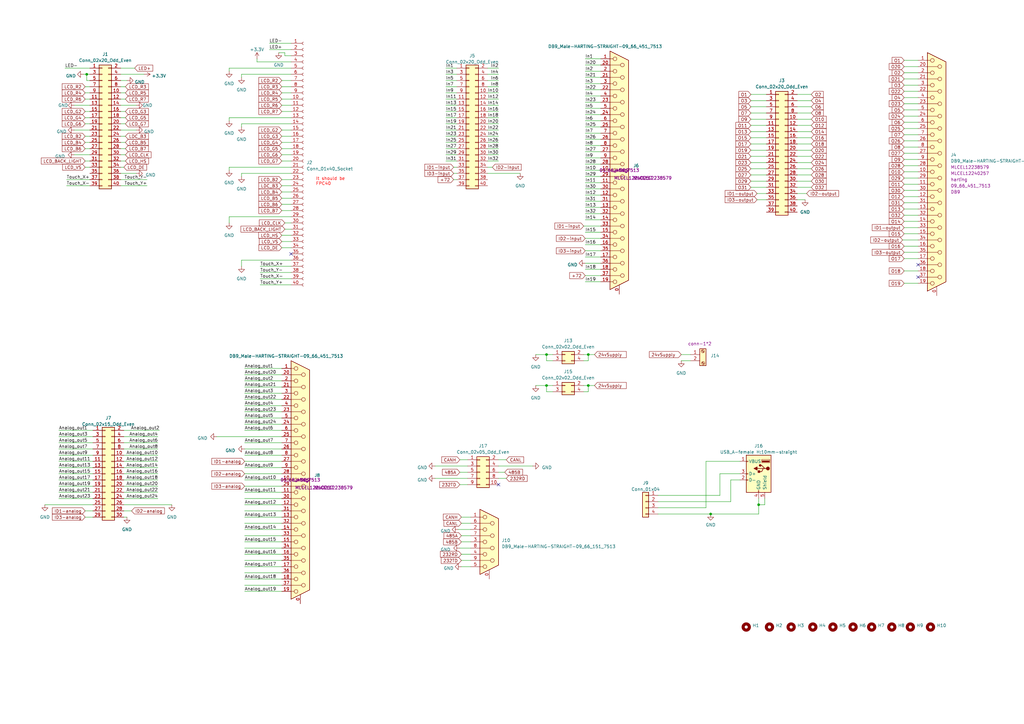
<source format=kicad_sch>
(kicad_sch (version 20230121) (generator eeschema)
  (paper "A3")
  (junction (at 224.155 158.115))
  (junction (at 311.15 207.01))
  (junction (at 35.56 30.48))
  (junction (at 241.3 158.115))
  (junction (at 291.465 210.82))
  (junction (at 241.3 145.415))
  (junction (at 224.155 145.415))
  (no_connect (at 376.555 113.665))
  (no_connect (at 119.38 104.14))
  (no_connect (at 376.555 108.585))
  (no_connect (at 204.47 198.755))
  (wire (pts (xy 100.33 191.77) (xy 115.57 191.77)))
  (wire (pts (xy 119.38 27.94) (xy 93.98 27.94)))
  (wire (pts (xy 200.025 66.04) (xy 204.47 66.04)))
  (wire (pts (xy 106.68 116.84) (xy 119.38 116.84)))
  (wire (pts (xy 200.025 43.18) (xy 204.47 43.18)))
  (wire (pts (xy 370.84 75.565) (xy 376.555 75.565)))
  (wire (pts (xy 100.33 173.99) (xy 115.57 173.99)))
  (wire (pts (xy 307.975 51.435) (xy 314.325 51.435)))
  (wire (pts (xy 200.025 45.72) (xy 204.47 45.72)))
  (wire (pts (xy 240.03 41.91) (xy 246.38 41.91)))
  (wire (pts (xy 100.33 158.75) (xy 115.57 158.75)))
  (wire (pts (xy 299.72 196.85) (xy 299.72 205.74)))
  (wire (pts (xy 240.03 110.49) (xy 246.38 110.49)))
  (wire (pts (xy 240.03 72.39) (xy 246.38 72.39)))
  (wire (pts (xy 327.025 56.515) (xy 332.74 56.515)))
  (wire (pts (xy 370.84 42.545) (xy 376.555 42.545)))
  (wire (pts (xy 49.53 53.34) (xy 55.88 53.34)))
  (wire (pts (xy 116.84 91.44) (xy 119.38 91.44)))
  (wire (pts (xy 24.13 186.69) (xy 38.1 186.69)))
  (wire (pts (xy 100.33 227.33) (xy 115.57 227.33)))
  (wire (pts (xy 327.025 76.835) (xy 332.74 76.835)))
  (wire (pts (xy 27.305 73.66) (xy 36.83 73.66)))
  (wire (pts (xy 49.53 30.48) (xy 59.055 30.48)))
  (wire (pts (xy 182.88 58.42) (xy 187.325 58.42)))
  (wire (pts (xy 93.98 48.26) (xy 93.98 49.53)))
  (wire (pts (xy 189.23 229.87) (xy 193.04 229.87)))
  (wire (pts (xy 115.57 99.06) (xy 119.38 99.06)))
  (wire (pts (xy 115.57 66.04) (xy 119.38 66.04)))
  (wire (pts (xy 187.96 217.17) (xy 193.04 217.17)))
  (wire (pts (xy 88.9 179.07) (xy 115.57 179.07)))
  (wire (pts (xy 100.33 163.83) (xy 115.57 163.83)))
  (wire (pts (xy 370.84 93.345) (xy 376.555 93.345)))
  (wire (pts (xy 370.84 37.465) (xy 376.555 37.465)))
  (wire (pts (xy 115.57 76.2) (xy 119.38 76.2)))
  (wire (pts (xy 50.8 207.01) (xy 70.485 207.01)))
  (wire (pts (xy 115.57 83.82) (xy 119.38 83.82)))
  (wire (pts (xy 370.84 45.085) (xy 376.555 45.085)))
  (wire (pts (xy 119.38 48.26) (xy 93.98 48.26)))
  (wire (pts (xy 327.025 64.135) (xy 332.74 64.135)))
  (wire (pts (xy 115.57 63.5) (xy 119.38 63.5)))
  (wire (pts (xy 182.88 50.8) (xy 187.325 50.8)))
  (wire (pts (xy 307.975 71.755) (xy 314.325 71.755)))
  (wire (pts (xy 240.03 64.77) (xy 246.38 64.77)))
  (wire (pts (xy 189.23 212.09) (xy 193.04 212.09)))
  (wire (pts (xy 240.03 46.99) (xy 246.38 46.99)))
  (wire (pts (xy 30.48 63.5) (xy 36.83 63.5)))
  (wire (pts (xy 50.8 209.55) (xy 53.975 209.55)))
  (wire (pts (xy 370.84 78.105) (xy 376.555 78.105)))
  (wire (pts (xy 93.98 68.58) (xy 93.98 69.85)))
  (wire (pts (xy 307.975 56.515) (xy 314.325 56.515)))
  (wire (pts (xy 327.025 41.275) (xy 332.74 41.275)))
  (wire (pts (xy 200.025 48.26) (xy 204.47 48.26)))
  (wire (pts (xy 30.48 43.18) (xy 36.83 43.18)))
  (wire (pts (xy 115.57 86.36) (xy 119.38 86.36)))
  (wire (pts (xy 49.53 73.66) (xy 60.325 73.66)))
  (wire (pts (xy 224.155 160.655) (xy 224.155 158.115)))
  (wire (pts (xy 119.38 25.4) (xy 105.41 25.4)))
  (wire (pts (xy 219.71 158.115) (xy 224.155 158.115)))
  (wire (pts (xy 370.84 100.965) (xy 376.555 100.965)))
  (wire (pts (xy 34.925 50.8) (xy 36.83 50.8)))
  (wire (pts (xy 24.13 194.31) (xy 38.1 194.31)))
  (wire (pts (xy 34.925 209.55) (xy 38.1 209.55)))
  (wire (pts (xy 115.57 81.28) (xy 119.38 81.28)))
  (wire (pts (xy 24.13 176.53) (xy 38.1 176.53)))
  (wire (pts (xy 200.025 58.42) (xy 204.47 58.42)))
  (wire (pts (xy 327.025 48.895) (xy 332.74 48.895)))
  (wire (pts (xy 239.395 147.955) (xy 241.3 147.955)))
  (wire (pts (xy 182.88 33.02) (xy 187.325 33.02)))
  (wire (pts (xy 115.57 45.72) (xy 119.38 45.72)))
  (wire (pts (xy 189.23 227.33) (xy 193.04 227.33)))
  (wire (pts (xy 240.03 77.47) (xy 246.38 77.47)))
  (wire (pts (xy 119.38 68.58) (xy 93.98 68.58)))
  (wire (pts (xy 110.49 20.32) (xy 119.38 20.32)))
  (wire (pts (xy 224.155 145.415) (xy 226.695 145.415)))
  (wire (pts (xy 182.88 27.94) (xy 187.325 27.94)))
  (wire (pts (xy 240.03 87.63) (xy 246.38 87.63)))
  (wire (pts (xy 49.53 40.64) (xy 51.435 40.64)))
  (wire (pts (xy 100.33 201.93) (xy 115.57 201.93)))
  (wire (pts (xy 49.53 71.12) (xy 55.88 71.12)))
  (wire (pts (xy 240.03 52.07) (xy 246.38 52.07)))
  (wire (pts (xy 182.88 55.88) (xy 187.325 55.88)))
  (wire (pts (xy 370.84 32.385) (xy 376.555 32.385)))
  (wire (pts (xy 115.57 58.42) (xy 119.38 58.42)))
  (wire (pts (xy 226.695 147.955) (xy 224.155 147.955)))
  (wire (pts (xy 100.33 156.21) (xy 115.57 156.21)))
  (wire (pts (xy 240.03 113.03) (xy 246.38 113.03)))
  (wire (pts (xy 311.15 207.01) (xy 311.15 204.47)))
  (wire (pts (xy 100.33 207.01) (xy 115.57 207.01)))
  (wire (pts (xy 34.925 45.72) (xy 36.83 45.72)))
  (wire (pts (xy 100.33 240.03) (xy 115.57 240.03)))
  (wire (pts (xy 24.13 204.47) (xy 38.1 204.47)))
  (wire (pts (xy 49.53 38.1) (xy 51.435 38.1)))
  (wire (pts (xy 200.025 50.8) (xy 204.47 50.8)))
  (wire (pts (xy 49.53 35.56) (xy 51.435 35.56)))
  (wire (pts (xy 241.3 147.955) (xy 241.3 145.415)))
  (wire (pts (xy 240.03 39.37) (xy 246.38 39.37)))
  (wire (pts (xy 240.03 36.83) (xy 246.38 36.83)))
  (wire (pts (xy 49.53 60.96) (xy 51.435 60.96)))
  (wire (pts (xy 93.98 27.94) (xy 93.98 29.21)))
  (wire (pts (xy 307.975 38.735) (xy 314.325 38.735)))
  (wire (pts (xy 182.88 45.72) (xy 187.325 45.72)))
  (wire (pts (xy 204.47 196.215) (xy 207.645 196.215)))
  (wire (pts (xy 239.395 160.655) (xy 241.3 160.655)))
  (wire (pts (xy 100.33 212.09) (xy 115.57 212.09)))
  (wire (pts (xy 24.13 181.61) (xy 38.1 181.61)))
  (wire (pts (xy 24.13 184.15) (xy 38.1 184.15)))
  (wire (pts (xy 307.975 48.895) (xy 314.325 48.895)))
  (wire (pts (xy 24.13 189.23) (xy 38.1 189.23)))
  (wire (pts (xy 34.925 35.56) (xy 36.83 35.56)))
  (wire (pts (xy 178.435 191.135) (xy 191.77 191.135)))
  (wire (pts (xy 327.025 71.755) (xy 332.74 71.755)))
  (wire (pts (xy 100.33 242.57) (xy 115.57 242.57)))
  (wire (pts (xy 49.53 66.04) (xy 51.435 66.04)))
  (wire (pts (xy 35.56 30.48) (xy 36.83 30.48)))
  (wire (pts (xy 24.13 201.93) (xy 38.1 201.93)))
  (wire (pts (xy 239.395 145.415) (xy 241.3 145.415)))
  (wire (pts (xy 188.595 224.79) (xy 193.04 224.79)))
  (wire (pts (xy 370.84 83.185) (xy 376.555 83.185)))
  (wire (pts (xy 200.025 53.34) (xy 204.47 53.34)))
  (wire (pts (xy 240.03 49.53) (xy 246.38 49.53)))
  (wire (pts (xy 100.33 161.29) (xy 115.57 161.29)))
  (wire (pts (xy 114.3 21.59) (xy 116.84 21.59)))
  (wire (pts (xy 240.03 29.21) (xy 246.38 29.21)))
  (wire (pts (xy 269.875 210.82) (xy 291.465 210.82)))
  (wire (pts (xy 100.33 168.91) (xy 115.57 168.91)))
  (wire (pts (xy 240.03 90.17) (xy 246.38 90.17)))
  (wire (pts (xy 99.06 106.68) (xy 99.06 109.22)))
  (wire (pts (xy 50.8 201.93) (xy 64.77 201.93)))
  (wire (pts (xy 49.53 48.26) (xy 51.435 48.26)))
  (wire (pts (xy 226.695 160.655) (xy 224.155 160.655)))
  (wire (pts (xy 50.8 196.85) (xy 64.77 196.85)))
  (wire (pts (xy 24.13 196.85) (xy 38.1 196.85)))
  (wire (pts (xy 189.23 219.71) (xy 193.04 219.71)))
  (wire (pts (xy 200.025 35.56) (xy 204.47 35.56)))
  (wire (pts (xy 307.975 64.135) (xy 314.325 64.135)))
  (wire (pts (xy 115.57 78.74) (xy 119.38 78.74)))
  (wire (pts (xy 291.465 210.82) (xy 311.15 210.82)))
  (wire (pts (xy 100.33 199.39) (xy 115.57 199.39)))
  (wire (pts (xy 106.68 109.22) (xy 119.38 109.22)))
  (wire (pts (xy 313.69 204.47) (xy 313.69 207.01)))
  (wire (pts (xy 200.025 27.94) (xy 204.47 27.94)))
  (wire (pts (xy 34.925 60.96) (xy 36.83 60.96)))
  (wire (pts (xy 36.83 33.02) (xy 35.56 33.02)))
  (wire (pts (xy 327.025 61.595) (xy 332.74 61.595)))
  (wire (pts (xy 241.3 158.115) (xy 243.84 158.115)))
  (wire (pts (xy 327.025 74.295) (xy 332.74 74.295)))
  (wire (pts (xy 370.84 50.165) (xy 376.555 50.165)))
  (wire (pts (xy 182.88 38.1) (xy 187.325 38.1)))
  (wire (pts (xy 327.025 53.975) (xy 332.74 53.975)))
  (wire (pts (xy 241.3 160.655) (xy 241.3 158.115)))
  (wire (pts (xy 240.03 115.57) (xy 246.38 115.57)))
  (wire (pts (xy 370.84 29.845) (xy 376.555 29.845)))
  (wire (pts (xy 370.84 40.005) (xy 376.555 40.005)))
  (wire (pts (xy 200.025 63.5) (xy 204.47 63.5)))
  (wire (pts (xy 370.84 60.325) (xy 376.555 60.325)))
  (wire (pts (xy 100.33 229.87) (xy 115.57 229.87)))
  (wire (pts (xy 34.925 68.58) (xy 36.83 68.58)))
  (wire (pts (xy 240.03 97.79) (xy 246.38 97.79)))
  (wire (pts (xy 115.57 33.02) (xy 119.38 33.02)))
  (wire (pts (xy 186.055 68.58) (xy 187.325 68.58)))
  (wire (pts (xy 327.025 43.815) (xy 332.74 43.815)))
  (wire (pts (xy 18.415 207.01) (xy 38.1 207.01)))
  (wire (pts (xy 240.03 44.45) (xy 246.38 44.45)))
  (wire (pts (xy 34.925 66.04) (xy 36.83 66.04)))
  (wire (pts (xy 240.03 34.29) (xy 246.38 34.29)))
  (wire (pts (xy 370.84 106.045) (xy 376.555 106.045)))
  (wire (pts (xy 240.03 85.09) (xy 246.38 85.09)))
  (wire (pts (xy 100.33 217.17) (xy 115.57 217.17)))
  (wire (pts (xy 50.8 204.47) (xy 64.77 204.47)))
  (wire (pts (xy 370.84 62.865) (xy 376.555 62.865)))
  (wire (pts (xy 310.515 79.375) (xy 314.325 79.375)))
  (wire (pts (xy 240.03 105.41) (xy 246.38 105.41)))
  (wire (pts (xy 200.025 55.88) (xy 204.47 55.88)))
  (wire (pts (xy 99.06 30.48) (xy 99.06 31.75)))
  (wire (pts (xy 115.57 35.56) (xy 119.38 35.56)))
  (wire (pts (xy 110.49 17.78) (xy 119.38 17.78)))
  (wire (pts (xy 370.84 95.885) (xy 376.555 95.885)))
  (wire (pts (xy 370.84 116.205) (xy 376.555 116.205)))
  (wire (pts (xy 99.06 106.68) (xy 119.38 106.68)))
  (wire (pts (xy 200.025 33.02) (xy 204.47 33.02)))
  (wire (pts (xy 307.975 46.355) (xy 314.325 46.355)))
  (wire (pts (xy 219.71 145.415) (xy 224.155 145.415)))
  (wire (pts (xy 99.06 71.12) (xy 99.06 72.39)))
  (wire (pts (xy 115.57 96.52) (xy 119.38 96.52)))
  (wire (pts (xy 327.025 66.675) (xy 332.74 66.675)))
  (wire (pts (xy 307.975 43.815) (xy 314.325 43.815)))
  (wire (pts (xy 240.03 80.01) (xy 246.38 80.01)))
  (wire (pts (xy 100.33 237.49) (xy 115.57 237.49)))
  (wire (pts (xy 182.88 30.48) (xy 187.325 30.48)))
  (wire (pts (xy 119.38 88.9) (xy 93.98 88.9)))
  (wire (pts (xy 105.41 25.4) (xy 105.41 24.13)))
  (wire (pts (xy 100.33 151.13) (xy 115.57 151.13)))
  (wire (pts (xy 26.67 27.94) (xy 36.83 27.94)))
  (wire (pts (xy 49.53 50.8) (xy 51.435 50.8)))
  (wire (pts (xy 49.53 27.94) (xy 55.245 27.94)))
  (wire (pts (xy 115.57 38.1) (xy 119.38 38.1)))
  (wire (pts (xy 186.055 73.66) (xy 187.325 73.66)))
  (wire (pts (xy 100.33 194.31) (xy 115.57 194.31)))
  (wire (pts (xy 182.88 35.56) (xy 187.325 35.56)))
  (wire (pts (xy 116.84 21.59) (xy 116.84 22.86)))
  (wire (pts (xy 327.025 51.435) (xy 332.74 51.435)))
  (wire (pts (xy 100.33 219.71) (xy 115.57 219.71)))
  (wire (pts (xy 240.03 82.55) (xy 246.38 82.55)))
  (wire (pts (xy 49.53 45.72) (xy 51.435 45.72)))
  (wire (pts (xy 240.03 95.25) (xy 246.38 95.25)))
  (wire (pts (xy 327.025 38.735) (xy 332.74 38.735)))
  (wire (pts (xy 370.84 24.765) (xy 376.555 24.765)))
  (wire (pts (xy 49.53 43.18) (xy 55.88 43.18)))
  (wire (pts (xy 189.23 222.25) (xy 193.04 222.25)))
  (wire (pts (xy 307.975 53.975) (xy 314.325 53.975)))
  (wire (pts (xy 279.4 147.955) (xy 283.21 147.955)))
  (wire (pts (xy 370.84 65.405) (xy 376.555 65.405)))
  (wire (pts (xy 119.38 30.48) (xy 99.06 30.48)))
  (wire (pts (xy 240.03 26.67) (xy 246.38 26.67)))
  (wire (pts (xy 295.275 203.2) (xy 295.275 194.31)))
  (wire (pts (xy 115.57 40.64) (xy 119.38 40.64)))
  (wire (pts (xy 100.33 184.15) (xy 115.57 184.15)))
  (wire (pts (xy 34.925 40.64) (xy 36.83 40.64)))
  (wire (pts (xy 34.925 38.1) (xy 36.83 38.1)))
  (wire (pts (xy 35.56 33.02) (xy 35.56 30.48)))
  (wire (pts (xy 240.03 24.13) (xy 246.38 24.13)))
  (wire (pts (xy 119.38 50.8) (xy 99.06 50.8)))
  (wire (pts (xy 269.875 208.28) (xy 289.56 208.28)))
  (wire (pts (xy 370.84 47.625) (xy 376.555 47.625)))
  (wire (pts (xy 100.33 204.47) (xy 115.57 204.47)))
  (wire (pts (xy 34.925 58.42) (xy 36.83 58.42)))
  (wire (pts (xy 370.84 111.125) (xy 376.555 111.125)))
  (wire (pts (xy 240.03 54.61) (xy 246.38 54.61)))
  (wire (pts (xy 289.56 208.28) (xy 289.56 189.23)))
  (wire (pts (xy 116.84 22.86) (xy 119.38 22.86)))
  (wire (pts (xy 50.8 212.09) (xy 52.07 212.09)))
  (wire (pts (xy 50.8 179.07) (xy 64.77 179.07)))
  (wire (pts (xy 224.155 158.115) (xy 226.695 158.115)))
  (wire (pts (xy 240.03 59.69) (xy 246.38 59.69)))
  (wire (pts (xy 50.8 194.31) (xy 64.77 194.31)))
  (wire (pts (xy 240.03 69.85) (xy 246.38 69.85)))
  (wire (pts (xy 269.875 203.2) (xy 295.275 203.2)))
  (wire (pts (xy 239.395 158.115) (xy 241.3 158.115)))
  (wire (pts (xy 279.4 145.415) (xy 283.21 145.415)))
  (wire (pts (xy 49.53 58.42) (xy 51.435 58.42)))
  (wire (pts (xy 50.8 186.69) (xy 64.77 186.69)))
  (wire (pts (xy 289.56 189.23) (xy 303.53 189.23)))
  (wire (pts (xy 49.53 63.5) (xy 51.435 63.5)))
  (wire (pts (xy 115.57 53.34) (xy 119.38 53.34)))
  (wire (pts (xy 240.03 102.87) (xy 246.38 102.87)))
  (wire (pts (xy 189.23 232.41) (xy 193.04 232.41)))
  (wire (pts (xy 116.84 93.98) (xy 119.38 93.98)))
  (wire (pts (xy 100.33 224.79) (xy 115.57 224.79)))
  (wire (pts (xy 370.84 90.805) (xy 376.555 90.805)))
  (wire (pts (xy 189.23 214.63) (xy 193.04 214.63)))
  (wire (pts (xy 191.77 188.595) (xy 188.595 188.595)))
  (wire (pts (xy 50.8 199.39) (xy 64.77 199.39)))
  (wire (pts (xy 370.84 80.645) (xy 376.555 80.645)))
  (wire (pts (xy 200.025 38.1) (xy 204.47 38.1)))
  (wire (pts (xy 115.57 60.96) (xy 119.38 60.96)))
  (wire (pts (xy 307.975 74.295) (xy 314.325 74.295)))
  (wire (pts (xy 100.33 153.67) (xy 115.57 153.67)))
  (wire (pts (xy 100.33 234.95) (xy 115.57 234.95)))
  (wire (pts (xy 200.025 30.48) (xy 204.47 30.48)))
  (wire (pts (xy 241.3 145.415) (xy 243.84 145.415)))
  (wire (pts (xy 307.975 76.835) (xy 314.325 76.835)))
  (wire (pts (xy 182.88 48.26) (xy 187.325 48.26)))
  (wire (pts (xy 370.84 57.785) (xy 376.555 57.785)))
  (wire (pts (xy 182.88 63.5) (xy 187.325 63.5)))
  (wire (pts (xy 100.33 176.53) (xy 115.57 176.53)))
  (wire (pts (xy 370.84 88.265) (xy 376.555 88.265)))
  (wire (pts (xy 240.03 62.23) (xy 246.38 62.23)))
  (wire (pts (xy 182.88 53.34) (xy 187.325 53.34)))
  (wire (pts (xy 240.03 57.15) (xy 246.38 57.15)))
  (wire (pts (xy 100.33 232.41) (xy 115.57 232.41)))
  (wire (pts (xy 240.03 67.31) (xy 246.38 67.31)))
  (wire (pts (xy 115.57 55.88) (xy 119.38 55.88)))
  (wire (pts (xy 310.515 81.915) (xy 314.325 81.915)))
  (wire (pts (xy 370.84 103.505) (xy 376.555 103.505)))
  (wire (pts (xy 188.595 193.675) (xy 191.77 193.675)))
  (wire (pts (xy 370.84 73.025) (xy 376.555 73.025)))
  (wire (pts (xy 327.025 46.355) (xy 332.74 46.355)))
  (wire (pts (xy 99.06 50.8) (xy 99.06 52.07)))
  (wire (pts (xy 182.88 60.96) (xy 187.325 60.96)))
  (wire (pts (xy 119.38 71.12) (xy 99.06 71.12)))
  (wire (pts (xy 307.975 41.275) (xy 314.325 41.275)))
  (wire (pts (xy 49.53 76.2) (xy 60.325 76.2)))
  (wire (pts (xy 303.53 196.85) (xy 299.72 196.85)))
  (wire (pts (xy 50.8 184.15) (xy 64.77 184.15)))
  (wire (pts (xy 100.33 166.37) (xy 115.57 166.37)))
  (wire (pts (xy 49.53 55.88) (xy 51.435 55.88)))
  (wire (pts (xy 100.33 189.23) (xy 115.57 189.23)))
  (wire (pts (xy 370.84 34.925) (xy 376.555 34.925)))
  (wire (pts (xy 100.33 222.25) (xy 115.57 222.25)))
  (wire (pts (xy 200.025 71.12) (xy 213.36 71.12)))
  (wire (pts (xy 239.395 92.71) (xy 246.38 92.71)))
  (wire (pts (xy 50.8 176.53) (xy 65.405 176.53)))
  (wire (pts (xy 30.48 53.34) (xy 36.83 53.34)))
  (wire (pts (xy 115.57 101.6) (xy 119.38 101.6)))
  (wire (pts (xy 34.925 55.88) (xy 36.83 55.88)))
  (wire (pts (xy 50.8 181.61) (xy 64.77 181.61)))
  (wire (pts (xy 295.275 194.31) (xy 303.53 194.31)))
  (wire (pts (xy 313.69 207.01) (xy 311.15 207.01)))
  (wire (pts (xy 182.88 66.04) (xy 187.325 66.04)))
  (wire (pts (xy 24.13 179.07) (xy 38.1 179.07)))
  (wire (pts (xy 200.025 68.58) (xy 201.93 68.58)))
  (wire (pts (xy 106.68 114.3) (xy 119.38 114.3)))
  (wire (pts (xy 224.155 147.955) (xy 224.155 145.415)))
  (wire (pts (xy 204.47 188.595) (xy 207.645 188.595)))
  (wire (pts (xy 370.84 85.725) (xy 376.555 85.725)))
  (wire (pts (xy 200.025 40.64) (xy 204.47 40.64)))
  (wire (pts (xy 307.975 66.675) (xy 314.325 66.675)))
  (wire (pts (xy 370.205 98.425) (xy 376.555 98.425)))
  (wire (pts (xy 370.84 52.705) (xy 376.555 52.705)))
  (wire (pts (xy 49.53 68.58) (xy 50.8 68.58)))
  (wire (pts (xy 106.68 111.76) (xy 119.38 111.76)))
  (wire (pts (xy 178.435 196.215) (xy 191.77 196.215)))
  (wire (pts (xy 34.29 30.48) (xy 35.56 30.48)))
  (wire (pts (xy 240.03 107.95) (xy 246.38 107.95)))
  (wire (pts (xy 307.975 69.215) (xy 314.325 69.215)))
  (wire (pts (xy 240.03 74.93) (xy 246.38 74.93)))
  (wire (pts (xy 182.88 40.64) (xy 187.325 40.64)))
  (wire (pts (xy 100.33 214.63) (xy 115.57 214.63)))
  (wire (pts (xy 24.13 199.39) (xy 38.1 199.39)))
  (wire (pts (xy 311.15 210.82) (xy 311.15 207.01)))
  (wire (pts (xy 240.03 100.33) (xy 246.38 100.33)))
  (wire (pts (xy 34.925 48.26) (xy 36.83 48.26)))
  (wire (pts (xy 200.025 60.96) (xy 204.47 60.96)))
  (wire (pts (xy 100.33 196.85) (xy 115.57 196.85)))
  (wire (pts (xy 370.84 55.245) (xy 376.555 55.245)))
  (wire (pts (xy 370.84 70.485) (xy 376.555 70.485)))
  (wire (pts (xy 49.53 33.02) (xy 52.07 33.02)))
  (wire (pts (xy 327.025 69.215) (xy 332.74 69.215)))
  (wire (pts (xy 307.975 61.595) (xy 314.325 61.595)))
  (wire (pts (xy 100.33 171.45) (xy 115.57 171.45)))
  (wire (pts (xy 115.57 73.66) (xy 119.38 73.66)))
  (wire (pts (xy 100.33 186.69) (xy 115.57 186.69)))
  (wire (pts (xy 307.975 59.055) (xy 314.325 59.055)))
  (wire (pts (xy 204.47 191.135) (xy 218.44 191.135)))
  (wire (pts (xy 188.595 198.755) (xy 191.77 198.755)))
  (wire (pts (xy 327.025 81.915) (xy 330.2 81.915)))
  (wire (pts (xy 204.47 193.675) (xy 207.01 193.675)))
  (wire (pts (xy 24.13 191.77) (xy 38.1 191.77)))
  (wire (pts (xy 115.57 43.18) (xy 119.38 43.18)))
  (wire (pts (xy 327.025 59.055) (xy 332.74 59.055)))
  (wire (pts (xy 370.84 27.305) (xy 376.555 27.305)))
  (wire (pts (xy 93.98 88.9) (xy 93.98 91.44)))
  (wire (pts (xy 299.72 205.74) (xy 269.875 205.74)))
  (wire (pts (xy 327.025 79.375) (xy 330.835 79.375)))
  (wire (pts (xy 182.88 43.18) (xy 187.325 43.18)))
  (wire (pts (xy 50.8 189.23) (xy 64.77 189.23)))
  (wire (pts (xy 34.925 212.09) (xy 38.1 212.09)))
  (wire (pts (xy 27.305 76.2) (xy 36.83 76.2)))
  (wire (pts (xy 50.8 191.77) (xy 64.77 191.77)))
  (wire (pts (xy 186.055 71.12) (xy 187.325 71.12)))
  (wire (pts (xy 100.33 209.55) (xy 115.57 209.55)))
  (wire (pts (xy 370.84 67.945) (xy 376.555 67.945)))
  (wire (pts (xy 240.03 31.75) (xy 246.38 31.75)))
  (wire (pts (xy 100.33 181.61) (xy 115.57 181.61)))
  (text "It should be \nFPC40\n" (at 129.54 76.2 0) (effects (font (size 1.27 1.27)) (justify left bottom)))
  (label "Analog_out13" (at 100.33 212.09 0))
  (label "Analog_out2" (at 65.405 176.53 180))
  (label "Analog_out3" (at 24.13 179.07 0))
  (label "In19" (at 182.88 50.8 0))
  (label "In18" (at 204.47 48.26 180))
  (label "Analog_out4" (at 64.77 179.07 180))
  (label "In27" (at 240.03 62.23 0))
  (label "In29" (at 240.03 72.39 0))
  (label "In31" (at 182.88 66.04 0))
  (label "In13" (at 182.88 43.18 0))
  (label "In32" (at 240.03 87.63 0))
  (label "In14" (at 204.47 43.18 180))
  (label "In28" (at 240.03 67.31 0))
  (label "In26" (at 240.03 57.15 0))
  (label "In14" (at 240.03 90.17 0))
  (label "Analog_out11" (at 100.33 201.93 0))
  (label "In13" (at 240.03 85.09 0))
  (label "Analog_out13" (at 24.13 191.77 0))
  (label "In10" (at 240.03 69.85 0))
  (label "In26" (at 204.47 58.42 180))
  (label "In23" (at 240.03 41.91 0))
  (label "In20" (at 204.47 50.8 180))
  (label "Touch_Y-" (at 106.68 111.76 0))
  (label "Analog_out18" (at 100.33 237.49 0))
  (label "In11" (at 182.88 40.64 0))
  (label "In9" (at 240.03 64.77 0))
  (label "In16" (at 204.47 45.72 180))
  (label "In10" (at 204.47 38.1 180))
  (label "In31" (at 240.03 82.55 0))
  (label "Analog_out11" (at 24.13 189.23 0))
  (label "Analog_out14" (at 100.33 217.17 0))
  (label "Analog_out20" (at 64.77 199.39 180))
  (label "Analog_out5" (at 24.13 181.61 0))
  (label "LED-" (at 110.49 17.78 0))
  (label "Touch_X-" (at 27.305 76.2 0))
  (label "LED+" (at 110.49 20.32 0))
  (label "In8" (at 204.47 35.56 180))
  (label "In4" (at 240.03 39.37 0))
  (label "Analog_out19" (at 100.33 242.57 0))
  (label "Analog_out7" (at 24.13 184.15 0))
  (label "In12" (at 240.03 80.01 0))
  (label "Analog_out8" (at 100.33 186.69 0))
  (label "In5" (at 240.03 44.45 0))
  (label "Analog_out10" (at 100.33 196.85 0))
  (label "In1" (at 240.03 24.13 0))
  (label "In16" (at 240.03 100.33 0))
  (label "In4" (at 204.47 30.48 180))
  (label "Analog_out1" (at 24.13 176.53 0))
  (label "Analog_out17" (at 100.33 232.41 0))
  (label "Analog_out15" (at 24.13 194.31 0))
  (label "Touch_Y+" (at 106.68 116.84 0))
  (label "In11" (at 240.03 74.93 0))
  (label "In28" (at 204.47 60.96 180))
  (label "Analog_out22" (at 64.77 201.93 180))
  (label "In21" (at 182.88 53.34 0))
  (label "Analog_out23" (at 100.33 168.91 0))
  (label "Analog_out12" (at 64.77 189.23 180))
  (label "Analog_out24" (at 64.77 204.47 180))
  (label "Touch_X-" (at 106.68 114.3 0))
  (label "LED-" (at 26.67 27.94 0))
  (label "Touch_X+" (at 27.305 73.66 0))
  (label "Analog_out21" (at 24.13 201.93 0))
  (label "In3" (at 240.03 34.29 0))
  (label "In20" (at 240.03 26.67 0))
  (label "Analog_out12" (at 100.33 207.01 0))
  (label "In21" (at 240.03 31.75 0))
  (label "In22" (at 204.47 53.34 180))
  (label "In30" (at 240.03 77.47 0))
  (label "Analog_out1" (at 100.33 151.13 0))
  (label "Touch_Y+" (at 60.325 76.2 180))
  (label "Analog_out22" (at 100.33 163.83 0))
  (label "In30" (at 204.47 63.5 180))
  (label "In2" (at 204.47 27.94 180))
  (label "In6" (at 240.03 49.53 0))
  (label "In5" (at 182.88 33.02 0))
  (label "Analog_out23" (at 24.13 204.47 0))
  (label "In15" (at 240.03 95.25 0))
  (label "Analog_out17" (at 24.13 196.85 0))
  (label "In17" (at 240.03 105.41 0))
  (label "Touch_X+" (at 106.68 109.22 0))
  (label "Analog_out4" (at 100.33 166.37 0))
  (label "In3" (at 182.88 30.48 0))
  (label "In25" (at 240.03 52.07 0))
  (label "In7" (at 182.88 35.56 0))
  (label "In24" (at 240.03 46.99 0))
  (label "Analog_out14" (at 64.77 191.77 180))
  (label "In17" (at 182.88 48.26 0))
  (label "Analog_out2" (at 100.33 156.21 0))
  (label "Analog_out18" (at 64.77 196.85 180))
  (label "Analog_out5" (at 100.33 171.45 0))
  (label "In12" (at 204.47 40.64 180))
  (label "Analog_out7" (at 100.33 181.61 0))
  (label "Analog_out19" (at 24.13 199.39 0))
  (label "In6" (at 204.47 33.02 180))
  (label "In27" (at 182.88 60.96 0))
  (label "Analog_out15" (at 100.33 222.25 0))
  (label "In18" (at 240.03 110.49 0))
  (label "Analog_out21" (at 100.33 158.75 0))
  (label "Analog_out20" (at 100.33 153.67 0))
  (label "In25" (at 182.88 58.42 0))
  (label "Analog_out24" (at 100.33 173.99 0))
  (label "In32" (at 204.47 66.04 180))
  (label "Analog_out3" (at 100.33 161.29 0))
  (label "In15" (at 182.88 45.72 0))
  (label "In19" (at 240.03 115.57 0))
  (label "Analog_out8" (at 64.77 184.15 180))
  (label "Analog_out9" (at 100.33 191.77 0))
  (label "In2" (at 240.03 29.21 0))
  (label "Analog_out16" (at 100.33 227.33 0))
  (label "Analog_out6" (at 64.77 181.61 180))
  (label "In29" (at 182.88 63.5 0))
  (label "In24" (at 204.47 55.88 180))
  (label "Analog_out10" (at 64.77 186.69 180))
  (label "Touch_Y-" (at 60.325 73.66 180))
  (label "Analog_out9" (at 24.13 186.69 0))
  (label "In7" (at 240.03 54.61 0))
  (label "In23" (at 182.88 55.88 0))
  (label "In1" (at 182.88 27.94 0))
  (label "Analog_out6" (at 100.33 176.53 0))
  (label "In22" (at 240.03 36.83 0))
  (label "In8" (at 240.03 59.69 0))
  (label "In9" (at 182.88 38.1 0))
  (label "Analog_out16" (at 64.77 194.31 180))
  (global_label "LCD_R7" (shape input) (at 115.57 45.72 180) (property "Intersheetrefs" "${INTERSHEET_REFS}" (effects hide)))
  (global_label "LCD_G5" (shape input) (at 115.57 60.96 180) (property "Intersheetrefs" "${INTERSHEET_REFS}" (effects hide)))
  (global_label "O4" (shape input) (at 370.84 40.005 180) (property "Intersheetrefs" "${INTERSHEET_REFS}" (effects hide)))
  (global_label "CANL" (shape input) (at 207.645 188.595 0) (property "Intersheetrefs" "${INTERSHEET_REFS}" (effects hide)))
  (global_label "232RD" (shape input) (at 207.645 196.215 0) (property "Intersheetrefs" "${INTERSHEET_REFS}" (effects hide)))
  (global_label "O17" (shape input) (at 370.84 106.045 180) (property "Intersheetrefs" "${INTERSHEET_REFS}" (effects hide)))
  (global_label "LCD_R7" (shape input) (at 51.435 40.64 0) (property "Intersheetrefs" "${INTERSHEET_REFS}" (effects hide)))
  (global_label "LDC_B3" (shape input) (at 51.435 55.88 0) (property "Intersheetrefs" "${INTERSHEET_REFS}" (effects hide)))
  (global_label "LCD_B7" (shape input) (at 51.435 60.96 0) (property "Intersheetrefs" "${INTERSHEET_REFS}" (effects hide)))
  (global_label "LCD_BACK_LIGHT" (shape input) (at 116.84 93.98 180) (property "Intersheetrefs" "${INTERSHEET_REFS}" (effects hide)))
  (global_label "ID3-analog" (shape input) (at 100.33 199.39 180) (property "Intersheetrefs" "${INTERSHEET_REFS}" (effects hide)))
  (global_label "O1" (shape input) (at 370.84 24.765 180) (property "Intersheetrefs" "${INTERSHEET_REFS}" (effects hide)))
  (global_label "LCD_R2" (shape input) (at 34.925 35.56 180) (property "Intersheetrefs" "${INTERSHEET_REFS}" (effects hide)))
  (global_label "O19" (shape input) (at 307.975 61.595 180) (property "Intersheetrefs" "${INTERSHEET_REFS}" (effects hide)))
  (global_label "LCD_B5" (shape input) (at 115.57 81.28 180) (property "Intersheetrefs" "${INTERSHEET_REFS}" (effects hide)))
  (global_label "485B" (shape input) (at 207.01 193.675 0) (property "Intersheetrefs" "${INTERSHEET_REFS}" (effects hide)))
  (global_label "O18" (shape input) (at 370.84 111.125 180) (property "Intersheetrefs" "${INTERSHEET_REFS}" (effects hide)))
  (global_label "O29" (shape input) (at 370.84 73.025 180) (property "Intersheetrefs" "${INTERSHEET_REFS}" (effects hide)))
  (global_label "O21" (shape input) (at 370.84 32.385 180) (property "Intersheetrefs" "${INTERSHEET_REFS}" (effects hide)))
  (global_label "O29" (shape input) (at 307.975 74.295 180) (property "Intersheetrefs" "${INTERSHEET_REFS}" (effects hide)))
  (global_label "O28" (shape input) (at 332.74 71.755 0) (property "Intersheetrefs" "${INTERSHEET_REFS}" (effects hide)))
  (global_label "232RD" (shape input) (at 189.23 227.33 180) (property "Intersheetrefs" "${INTERSHEET_REFS}" (effects hide)))
  (global_label "LCD_B5" (shape input) (at 51.435 58.42 0) (property "Intersheetrefs" "${INTERSHEET_REFS}" (effects hide)))
  (global_label "CANL" (shape input) (at 189.23 214.63 180) (property "Intersheetrefs" "${INTERSHEET_REFS}" (effects hide)))
  (global_label "O16" (shape input) (at 370.84 100.965 180) (property "Intersheetrefs" "${INTERSHEET_REFS}" (effects hide)))
  (global_label "LCD_R3" (shape input) (at 115.57 35.56 180) (property "Intersheetrefs" "${INTERSHEET_REFS}" (effects hide)))
  (global_label "LCD_HS" (shape input) (at 115.57 96.52 180) (property "Intersheetrefs" "${INTERSHEET_REFS}" (effects hide)))
  (global_label "O23" (shape input) (at 370.84 42.545 180) (property "Intersheetrefs" "${INTERSHEET_REFS}" (effects hide)))
  (global_label "+72" (shape input) (at 186.055 73.66 180) (property "Intersheetrefs" "${INTERSHEET_REFS}" (effects hide)))
  (global_label "24vSupply " (shape input) (at 243.84 145.415 0) (property "Intersheetrefs" "${INTERSHEET_REFS}" (effects hide)))
  (global_label "LCD_G6" (shape input) (at 34.925 50.8 180) (property "Intersheetrefs" "${INTERSHEET_REFS}" (effects hide)))
  (global_label "O23" (shape input) (at 307.975 66.675 180) (property "Intersheetrefs" "${INTERSHEET_REFS}" (effects hide)))
  (global_label "LCD_G4" (shape input) (at 115.57 58.42 180) (property "Intersheetrefs" "${INTERSHEET_REFS}" (effects hide)))
  (global_label "ID3-analog" (shape input) (at 34.925 212.09 180) (property "Intersheetrefs" "${INTERSHEET_REFS}" (effects hide)))
  (global_label "LCD_G7" (shape input) (at 51.435 50.8 0) (property "Intersheetrefs" "${INTERSHEET_REFS}" (effects hide)))
  (global_label "ID1-output" (shape input) (at 370.84 93.345 180) (property "Intersheetrefs" "${INTERSHEET_REFS}" (effects hide)))
  (global_label "O32" (shape input) (at 332.74 76.835 0) (property "Intersheetrefs" "${INTERSHEET_REFS}" (effects hide)))
  (global_label "O14" (shape input) (at 370.84 90.805 180) (property "Intersheetrefs" "${INTERSHEET_REFS}" (effects hide)))
  (global_label "O15" (shape input) (at 370.84 95.885 180) (property "Intersheetrefs" "${INTERSHEET_REFS}" (effects hide)))
  (global_label "LCD_VS" (shape input) (at 115.57 99.06 180) (property "Intersheetrefs" "${INTERSHEET_REFS}" (effects hide)))
  (global_label "LCD_R2" (shape input) (at 115.57 33.02 180) (property "Intersheetrefs" "${INTERSHEET_REFS}" (effects hide)))
  (global_label "O22" (shape input) (at 370.84 37.465 180) (property "Intersheetrefs" "${INTERSHEET_REFS}" (effects hide)))
  (global_label "ID1-analog" (shape input) (at 34.925 209.55 180) (property "Intersheetrefs" "${INTERSHEET_REFS}" (effects hide)))
  (global_label "O7" (shape input) (at 307.975 46.355 180) (property "Intersheetrefs" "${INTERSHEET_REFS}" (effects hide)))
  (global_label "LCD_G7" (shape input) (at 115.57 66.04 180) (property "Intersheetrefs" "${INTERSHEET_REFS}" (effects hide)))
  (global_label "LCD_G5" (shape input) (at 51.435 48.26 0) (property "Intersheetrefs" "${INTERSHEET_REFS}" (effects hide)))
  (global_label "LCD_B4" (shape input) (at 115.57 78.74 180) (property "Intersheetrefs" "${INTERSHEET_REFS}" (effects hide)))
  (global_label "LCD_R4" (shape input) (at 34.925 38.1 180) (property "Intersheetrefs" "${INTERSHEET_REFS}" (effects hide)))
  (global_label "O18" (shape input) (at 332.74 59.055 0) (property "Intersheetrefs" "${INTERSHEET_REFS}" (effects hide)))
  (global_label "ID1-output" (shape input) (at 310.515 79.375 180) (property "Intersheetrefs" "${INTERSHEET_REFS}" (effects hide)))
  (global_label "O27" (shape input) (at 307.975 71.755 180) (property "Intersheetrefs" "${INTERSHEET_REFS}" (effects hide)))
  (global_label "LCD_BACK_LIGHT" (shape input) (at 34.925 66.04 180) (property "Intersheetrefs" "${INTERSHEET_REFS}" (effects hide)))
  (global_label "O28" (shape input) (at 370.84 67.945 180) (property "Intersheetrefs" "${INTERSHEET_REFS}" (effects hide)))
  (global_label "O24" (shape input) (at 332.74 66.675 0) (property "Intersheetrefs" "${INTERSHEET_REFS}" (effects hide)))
  (global_label "O5" (shape input) (at 370.84 45.085 180) (property "Intersheetrefs" "${INTERSHEET_REFS}" (effects hide)))
  (global_label "ID1-input" (shape input) (at 186.055 68.58 180) (property "Intersheetrefs" "${INTERSHEET_REFS}" (effects hide)))
  (global_label "O20" (shape input) (at 332.74 61.595 0) (property "Intersheetrefs" "${INTERSHEET_REFS}" (effects hide)))
  (global_label "O12" (shape input) (at 332.74 51.435 0) (property "Intersheetrefs" "${INTERSHEET_REFS}" (effects hide)))
  (global_label "O13" (shape input) (at 307.975 53.975 180) (property "Intersheetrefs" "${INTERSHEET_REFS}" (effects hide)))
  (global_label "O3" (shape input) (at 307.975 41.275 180) (property "Intersheetrefs" "${INTERSHEET_REFS}" (effects hide)))
  (global_label "485A" (shape input) (at 189.23 219.71 180) (property "Intersheetrefs" "${INTERSHEET_REFS}" (effects hide)))
  (global_label "O24" (shape input) (at 370.84 47.625 180) (property "Intersheetrefs" "${INTERSHEET_REFS}" (effects hide)))
  (global_label "LCD_VS" (shape input) (at 34.925 68.58 180) (property "Intersheetrefs" "${INTERSHEET_REFS}" (effects hide)))
  (global_label "LCD_R6" (shape input) (at 115.57 43.18 180) (property "Intersheetrefs" "${INTERSHEET_REFS}" (effects hide)))
  (global_label "ID2-analog" (shape input) (at 100.33 194.31 180) (property "Intersheetrefs" "${INTERSHEET_REFS}" (effects hide)))
  (global_label "LCD_R6" (shape input) (at 34.925 40.64 180) (property "Intersheetrefs" "${INTERSHEET_REFS}" (effects hide)))
  (global_label "O14" (shape input) (at 332.74 53.975 0) (property "Intersheetrefs" "${INTERSHEET_REFS}" (effects hide)))
  (global_label "O8" (shape input) (at 370.84 60.325 180) (property "Intersheetrefs" "${INTERSHEET_REFS}" (effects hide)))
  (global_label "LCD_G4" (shape input) (at 34.925 48.26 180) (property "Intersheetrefs" "${INTERSHEET_REFS}" (effects hide)))
  (global_label "+72" (shape input) (at 240.03 113.03 180) (property "Intersheetrefs" "${INTERSHEET_REFS}" (effects hide)))
  (global_label "O16" (shape input) (at 332.74 56.515 0) (property "Intersheetrefs" "${INTERSHEET_REFS}" (effects hide)))
  (global_label "LCD_R5" (shape input) (at 115.57 40.64 180) (property "Intersheetrefs" "${INTERSHEET_REFS}" (effects hide)))
  (global_label "O2" (shape input) (at 332.74 38.735 0) (property "Intersheetrefs" "${INTERSHEET_REFS}" (effects hide)))
  (global_label "O10" (shape input) (at 370.84 70.485 180) (property "Intersheetrefs" "${INTERSHEET_REFS}" (effects hide)))
  (global_label "LCD_B7" (shape input) (at 115.57 86.36 180) (property "Intersheetrefs" "${INTERSHEET_REFS}" (effects hide)))
  (global_label "LCD_R3" (shape input) (at 51.435 35.56 0) (property "Intersheetrefs" "${INTERSHEET_REFS}" (effects hide)))
  (global_label "485B" (shape input) (at 189.23 222.25 180) (property "Intersheetrefs" "${INTERSHEET_REFS}" (effects hide)))
  (global_label "LCD_B2" (shape input) (at 115.57 73.66 180) (property "Intersheetrefs" "${INTERSHEET_REFS}" (effects hide)))
  (global_label "ID2-output" (shape input) (at 330.835 79.375 0) (property "Intersheetrefs" "${INTERSHEET_REFS}" (effects hide)))
  (global_label "LCD_B6" (shape input) (at 115.57 83.82 180) (property "Intersheetrefs" "${INTERSHEET_REFS}" (effects hide)))
  (global_label "O15" (shape input) (at 307.975 56.515 180) (property "Intersheetrefs" "${INTERSHEET_REFS}" (effects hide)))
  (global_label "232TD" (shape input) (at 188.595 198.755 180) (property "Intersheetrefs" "${INTERSHEET_REFS}" (effects hide)))
  (global_label "O31" (shape input) (at 307.975 76.835 180) (property "Intersheetrefs" "${INTERSHEET_REFS}" (effects hide)))
  (global_label "LCD_B4" (shape input) (at 34.925 58.42 180) (property "Intersheetrefs" "${INTERSHEET_REFS}" (effects hide)))
  (global_label "O6" (shape input) (at 370.84 50.165 180) (property "Intersheetrefs" "${INTERSHEET_REFS}" (effects hide)))
  (global_label "LCD_B2" (shape input) (at 34.925 55.88 180) (property "Intersheetrefs" "${INTERSHEET_REFS}" (effects hide)))
  (global_label "LCD_B6" (shape input) (at 34.925 60.96 180) (property "Intersheetrefs" "${INTERSHEET_REFS}" (effects hide)))
  (global_label "O25" (shape input) (at 370.84 52.705 180) (property "Intersheetrefs" "${INTERSHEET_REFS}" (effects hide)))
  (global_label "LCD_G6" (shape input) (at 115.57 63.5 180) (property "Intersheetrefs" "${INTERSHEET_REFS}" (effects hide)))
  (global_label "LCD_DE" (shape input) (at 50.8 68.58 0) (property "Intersheetrefs" "${INTERSHEET_REFS}" (effects hide)))
  (global_label "O27" (shape input) (at 370.84 62.865 180) (property "Intersheetrefs" "${INTERSHEET_REFS}" (effects hide)))
  (global_label "O32" (shape input) (at 370.84 88.265 180) (property "Intersheetrefs" "${INTERSHEET_REFS}" (effects hide)))
  (global_label "O31" (shape input) (at 370.84 83.185 180) (property "Intersheetrefs" "${INTERSHEET_REFS}" (effects hide)))
  (global_label "LCD_R4" (shape input) (at 115.57 38.1 180) (property "Intersheetrefs" "${INTERSHEET_REFS}" (effects hide)))
  (global_label "O8" (shape input) (at 332.74 46.355 0) (property "Intersheetrefs" "${INTERSHEET_REFS}" (effects hide)))
  (global_label "ID2-output" (shape input) (at 370.205 98.425 180) (property "Intersheetrefs" "${INTERSHEET_REFS}" (effects hide)))
  (global_label "O4" (shape input) (at 332.74 41.275 0) (property "Intersheetrefs" "${INTERSHEET_REFS}" (effects hide)))
  (global_label "O20" (shape input) (at 370.84 27.305 180) (property "Intersheetrefs" "${INTERSHEET_REFS}" (effects hide)))
  (global_label "O13" (shape input) (at 370.84 85.725 180) (property "Intersheetrefs" "${INTERSHEET_REFS}" (effects hide)))
  (global_label "LCD_CLK" (shape input) (at 51.435 63.5 0) (property "Intersheetrefs" "${INTERSHEET_REFS}" (effects hide)))
  (global_label "O17" (shape input) (at 307.975 59.055 180) (property "Intersheetrefs" "${INTERSHEET_REFS}" (effects hide)))
  (global_label "CANH" (shape input) (at 188.595 188.595 180) (property "Intersheetrefs" "${INTERSHEET_REFS}" (effects hide)))
  (global_label "O22" (shape input) (at 332.74 64.135 0) (property "Intersheetrefs" "${INTERSHEET_REFS}" (effects hide)))
  (global_label "O26" (shape input) (at 370.84 57.785 180) (property "Intersheetrefs" "${INTERSHEET_REFS}" (effects hide)))
  (global_label "O2" (shape input) (at 370.84 29.845 180) (property "Intersheetrefs" "${INTERSHEET_REFS}" (effects hide)))
  (global_label "ID2-input" (shape input) (at 201.93 68.58 0) (property "Intersheetrefs" "${INTERSHEET_REFS}" (effects hide)))
  (global_label "ID3-output" (shape input) (at 310.515 81.915 180) (property "Intersheetrefs" "${INTERSHEET_REFS}" (effects hide)))
  (global_label "O11" (shape input) (at 307.975 51.435 180) (property "Intersheetrefs" "${INTERSHEET_REFS}" (effects hide)))
  (global_label "24vSupply " (shape input) (at 279.4 145.415 180) (property "Intersheetrefs" "${INTERSHEET_REFS}" (effects hide)))
  (global_label "O10" (shape input) (at 332.74 48.895 0) (property "Intersheetrefs" "${INTERSHEET_REFS}" (effects hide)))
  (global_label "ID1-analog" (shape input) (at 100.33 189.23 180) (property "Intersheetrefs" "${INTERSHEET_REFS}" (effects hide)))
  (global_label "O1" (shape input) (at 307.975 38.735 180) (property "Intersheetrefs" "${INTERSHEET_REFS}" (effects hide)))
  (global_label "O5" (shape input) (at 307.975 43.815 180) (property "Intersheetrefs" "${INTERSHEET_REFS}" (effects hide)))
  (global_label "O30" (shape input) (at 332.74 74.295 0) (property "Intersheetrefs" "${INTERSHEET_REFS}" (effects hide)))
  (global_label "ID2-input" (shape input) (at 240.03 97.79 180) (property "Intersheetrefs" "${INTERSHEET_REFS}" (effects hide)))
  (global_label "LCD_CLK" (shape input) (at 116.84 91.44 180) (property "Intersheetrefs" "${INTERSHEET_REFS}" (effects hide)))
  (global_label "24vSupply " (shape input) (at 243.84 158.115 0) (property "Intersheetrefs" "${INTERSHEET_REFS}" (effects hide)))
  (global_label "O9" (shape input) (at 370.84 65.405 180) (property "Intersheetrefs" "${INTERSHEET_REFS}" (effects hide)))
  (global_label "LCD_R5" (shape input) (at 51.435 38.1 0) (property "Intersheetrefs" "${INTERSHEET_REFS}" (effects hide)))
  (global_label "ID1-input" (shape input) (at 239.395 92.71 180) (property "Intersheetrefs" "${INTERSHEET_REFS}" (effects hide)))
  (global_label "O11" (shape input) (at 370.84 75.565 180) (property "Intersheetrefs" "${INTERSHEET_REFS}" (effects hide)))
  (global_label "O12" (shape input) (at 370.84 80.645 180) (property "Intersheetrefs" "${INTERSHEET_REFS}" (effects hide)))
  (global_label "O26" (shape input) (at 332.74 69.215 0) (property "Intersheetrefs" "${INTERSHEET_REFS}" (effects hide)))
  (global_label "O30" (shape input) (at 370.84 78.105 180) (property "Intersheetrefs" "${INTERSHEET_REFS}" (effects hide)))
  (global_label "LDC_B3" (shape input) (at 115.57 76.2 180) (property "Intersheetrefs" "${INTERSHEET_REFS}" (effects hide)))
  (global_label "232TD" (shape input) (at 189.23 229.87 180) (property "Intersheetrefs" "${INTERSHEET_REFS}" (effects hide)))
  (global_label "CANH" (shape input) (at 189.23 212.09 180) (property "Intersheetrefs" "${INTERSHEET_REFS}" (effects hide)))
  (global_label "LCD_HS" (shape input) (at 51.435 66.04 0) (property "Intersheetrefs" "${INTERSHEET_REFS}" (effects hide)))
  (global_label "O3" (shape input) (at 370.84 34.925 180) (property "Intersheetrefs" "${INTERSHEET_REFS}" (effects hide)))
  (global_label "LCD_G3" (shape input) (at 115.57 55.88 180) (property "Intersheetrefs" "${INTERSHEET_REFS}" (effects hide)))
  (global_label "LCD_G2" (shape input) (at 115.57 53.34 180) (property "Intersheetrefs" "${INTERSHEET_REFS}" (effects hide)))
  (global_label "485A" (shape input) (at 188.595 193.675 180) (property "Intersheetrefs" "${INTERSHEET_REFS}" (effects hide)))
  (global_label "O19" (shape input) (at 370.84 116.205 180) (property "Intersheetrefs" "${INTERSHEET_REFS}" (effects hide)))
  (global_label "ID3-input" (shape input) (at 186.055 71.12 180) (property "Intersheetrefs" "${INTERSHEET_REFS}" (effects hide)))
  (global_label "ID3-output" (shape input) (at 370.84 103.505 180) (property "Intersheetrefs" "${INTERSHEET_REFS}" (effects hide)))
  (global_label "O7" (shape input) (at 370.84 55.245 180) (property "Intersheetrefs" "${INTERSHEET_REFS}" (effects hide)))
  (global_label "O21" (shape input) (at 307.975 64.135 180) (property "Intersheetrefs" "${INTERSHEET_REFS}" (effects hide)))
  (global_label "ID3-input" (shape input) (at 240.03 102.87 180) (property "Intersheetrefs" "${INTERSHEET_REFS}" (effects hide)))
  (global_label "LCD_G2" (shape input) (at 34.925 45.72 180) (property "Intersheetrefs" "${INTERSHEET_REFS}" (effects hide)))
  (global_label "O6" (shape input) (at 332.74 43.815 0) (property "Intersheetrefs" "${INTERSHEET_REFS}" (effects hide)))
  (global_label "LCD_G3" (shape input) (at 51.435 45.72 0) (property "Intersheetrefs" "${INTERSHEET_REFS}" (effects hide)))
  (global_label "LCD_DE" (shape input) (at 115.57 101.6 180) (property "Intersheetrefs" "${INTERSHEET_REFS}" (effects hide)))
  (global_label "ID2-analog" (shape input) (at 53.975 209.55 0) (property "Intersheetrefs" "${INTERSHEET_REFS}" (effects hide)))
  (global_label "LED+" (shape input) (at 55.245 27.94 0) (property "Intersheetrefs" "${INTERSHEET_REFS}" (effects hide)))
  (global_label "O9" (shape input) (at 307.975 48.895 180) (property "Intersheetrefs" "${INTERSHEET_REFS}" (effects hide)))
  (global_label "O25" (shape input) (at 307.975 69.215 180) (property "Intersheetrefs" "${INTERSHEET_REFS}" (effects hide)))
  (symbol (lib_id "power:GND") (at 178.435 191.135 270) (unit 1)
    (property "Reference" "#PWR028" (effects hide))
    (property "Value" "GND" (at 175.26 191.77 90) (effects (justify right)))
  )
  (symbol (lib_id "power:GND") (at 291.465 210.82 0) (unit 1)
    (property "Reference" "#PWR037" (effects hide))
    (property "Value" "GND" (at 291.465 215.265 0))
  )
  (symbol (lib_id "MLC_K7:MountingHole_3.5mm") (at 381.635 257.175 0) (unit 1) (in_bom no)
    (property "Reference" "H10" (at 384.175 256.54 0) (effects (justify left)))
    (property "Value" "MountingHole" (effects hide))
    (property "Footprint" "MountingHole:MountingHole_3.5mm_Pad_Via" (effects hide))
    (property "MLC Code" "0" (effects hide))
    (property "Main Value" "MountingHole" (effects hide))
  )
  (symbol (lib_id "power:GND") (at 189.23 232.41 270) (unit 1)
    (property "Reference" "#PWR033" (effects hide))
    (property "Value" "GND" (at 186.055 233.045 90) (effects (justify right)))
  )
  (symbol (lib_id "power:GND") (at 30.48 53.34 270) (unit 1)
    (property "Reference" "#PWR02" (effects hide))
    (property "Value" "GND" (at 27.305 53.975 90) (effects (justify right)))
  )
  (symbol (lib_id "power:+3.3V") (at 59.055 30.48 270) (unit 1)
    (property "Reference" "#PWR09" (effects hide))
    (property "Value" "+3.3V" (at 62.23 31.115 90) (effects (justify left)))
  )
  (symbol (lib_id "MLC_K7:DB9_Female-HARTING-STRAIGHT-09_66_151_7513") (at 200.66 222.25 0) (unit 1)
    (property "Reference" "J10" (at 205.74 221.615 0) (effects (justify left)))
    (property "Value" "DB9_Male-HARTING-STRAIGHT-09_66_151_7513" (at 205.74 224.155 0) (effects (justify left)))
    (property "Footprint" "MLC_K7:DSUB-9_Female_Vertical_P2.77x2.84mm_MountingHoles" (effects hide))
    (property "Datasheet" "${KIGIT}/Datasheets/PDF_DS_09661517513_EN.pdf" (effects hide))
    (property "MLC Code" "MLCEL12240256" (effects hide))
    (property "Manufacturer" "harting" (effects hide))
    (property "MPN" "09_66_151_7513" (effects hide))
    (property "Main Value" "DB9" (effects hide))
  )
  (symbol (lib_id "Connector_Generic:Conn_02x02_Odd_Even") (at 231.775 158.115 0) (unit 1)
    (property "Reference" "J15" (at 233.045 152.4 0))
    (property "Value" "Conn_02x02_Odd_Even" (at 233.045 154.94 0))
    (property "Footprint" "Connector_PinSocket_2.54mm:PinSocket_2x02_P2.54mm_Vertical" (effects hide))
  )
  (symbol (lib_id "MLC_K7:conn-1*2-P3.81_straight_ThreadedFlange_MountHole") (at 288.29 147.955 0) (unit 1)
    (property "Reference" "J14" (at 291.465 145.8722 0) (effects (justify left)))
    (property "Value" "-1*2-P5.08_straight_ThreadedFlange_MountHole" (effects hide))
    (property "Footprint" "Connector_Phoenix_MC:PhoenixContact_MCV_1,5_2-GF-3.81_1x02_P3.81mm_Vertical_ThreadedFlange_MountHole" (effects hide))
    (property "Datasheet" "${KIGIT}/Datasheets/2304140030_DEGSON-15EDGVM-3-81-02P-14-00A-H_C507020.pdf" (effects hide))
    (property "MLC Code" "MLCEL12240202" (effects hide))
    (property "Manufacturer" "Degson" (effects hide))
    (property "MPN" "15EDGVM-3.81-02P-14-00A(H)" (effects hide))
    (property "Main Value" "conn-1*2" (at 287.02 140.97 0))
  )
  (symbol (lib_id "MLC_K7:MountingHole_3.5mm") (at 324.485 257.175 0) (unit 1) (in_bom no)
    (property "Reference" "H3" (at 327.025 256.54 0) (effects (justify left)))
    (property "Value" "MountingHole" (effects hide))
    (property "Footprint" "MountingHole:MountingHole_3.5mm_Pad_Via" (effects hide))
    (property "MLC Code" "0" (effects hide))
    (property "Main Value" "MountingHole" (effects hide))
  )
  (symbol (lib_id "power:GND") (at 279.4 147.955 0) (unit 1)
    (property "Reference" "#PWR036" (effects hide))
    (property "Value" "GND" (at 279.4 153.035 0))
  )
  (symbol (lib_id "power:GND") (at 55.88 71.12 90) (unit 1)
    (property "Reference" "#PWR08" (effects hide))
    (property "Value" "GND" (at 59.69 71.755 90) (effects (justify right)))
  )
  (symbol (lib_id "MLC_K7:USB_A-female_H{colon}10mm-straight") (at 311.15 194.31 0) (mirror y) (unit 1)
    (property "Reference" "J16" (at 311.15 182.88 0))
    (property "Value" "USB_A-female H:10mm-straight" (at 311.15 185.42 0))
    (property "Footprint" "MLC_K7:USB_A_Molex_105057_Vertical" (effects hide))
    (property "Datasheet" "${KIGIT}/Datasheets/1912111437_SOFNG-USB-101_C428472.pdf" (effects hide))
    (property "MLC Code" "MLCEL12240203" (effects hide))
    (property "Manufacturer" "SOFNG USB-101" (effects hide))
    (property "MPN" "SOFNG" (effects hide))
    (property "Main Value" "USB_A-female" (effects hide))
  )
  (symbol (lib_id "power:GND") (at 93.98 29.21 0) (unit 1)
    (property "Reference" "#PWR010" (effects hide))
    (property "Value" "GND" (at 93.98 34.29 0))
  )
  (symbol (lib_id "power:GND") (at 88.9 179.07 270) (unit 1)
    (property "Reference" "#PWR026" (effects hide))
    (property "Value" "GND" (at 85.09 179.705 90) (effects (justify right)))
  )
  (symbol (lib_id "MLC_K7:DB37_Female_straight-onboard-harting-09_66_451_7513") (at 123.19 196.85 0) (unit 1)
    (property "Reference" "J8" (at 128.905 194.945 0) (effects (justify left)))
    (property "Value" "DB9_Male-HARTING-STRAIGHT-09_66_451_7513" (at 93.98 146.05 0) (effects (justify left)))
    (property "Footprint" "MLC_K7:DSUB-37_Female_Vertical_P2.77x2.84mm_MountingHoles" (effects hide))
    (property "Datasheet" "${KIGIT}/Datasheets/0966451X5X3_BL01_R31892_100078862DRW002A.pdf" (effects hide))
    (property "MLC" "MLCEL12238579" (at 128.905 200.025 0) (effects (justify left)))
    (property "MLC Code" "MLCEL12240257" (at 128.905 200.025 0))
    (property "Manufacturer" "harting" (at 123.19 196.85 0))
    (property "MPN" "09_66_451_7513" (at 123.19 196.85 0))
    (property "Main Value" "DB9" (at 123.19 196.85 0) (effects (justify left)))
  )
  (symbol (lib_id "power:GND") (at 34.29 30.48 270) (unit 1)
    (property "Reference" "#PWR04" (effects hide))
    (property "Value" "GND" (at 31.115 31.115 90) (effects (justify right)))
  )
  (symbol (lib_id "power:GND") (at 30.48 63.5 270) (unit 1)
    (property "Reference" "#PWR03" (effects hide))
    (property "Value" "GND" (at 26.67 64.135 90) (effects (justify right)))
  )
  (symbol (lib_id "MLC_K7:MountingHole_3.5mm") (at 357.505 257.175 0) (unit 1) (in_bom no)
    (property "Reference" "H7" (at 360.045 256.54 0) (effects (justify left)))
    (property "Value" "MountingHole" (effects hide))
    (property "Footprint" "MountingHole:MountingHole_3.5mm_Pad_Via" (effects hide))
    (property "MLC Code" "0" (effects hide))
    (property "Main Value" "MountingHole" (effects hide))
  )
  (symbol (lib_id "power:GND") (at 114.3 21.59 0) (unit 1)
    (property "Reference" "#PWR019" (effects hide))
    (property "Value" "GND" (at 114.3 26.67 0))
  )
  (symbol (lib_id "power:GND") (at 93.98 49.53 0) (unit 1)
    (property "Reference" "#PWR011" (effects hide))
    (property "Value" "GND" (at 93.98 54.61 0))
  )
  (symbol (lib_id "Connector_Generic:Conn_02x20_Odd_Even") (at 319.405 61.595 0) (unit 1)
    (property "Reference" "J3" (at 320.675 33.02 0))
    (property "Value" "Conn_02x20_Odd_Even" (at 320.675 35.56 0))
    (property "Footprint" "Connector_PinSocket_2.54mm:PinSocket_2x20_P2.54mm_Vertical" (effects hide))
  )
  (symbol (lib_id "MLC_K7:MountingHole_3.5mm") (at 333.375 257.175 0) (unit 1) (in_bom no)
    (property "Reference" "H4" (at 335.915 256.54 0) (effects (justify left)))
    (property "Value" "MountingHole" (effects hide))
    (property "Footprint" "MountingHole:MountingHole_3.5mm_Pad_Via" (effects hide))
    (property "MLC Code" "0" (effects hide))
    (property "Main Value" "MountingHole" (effects hide))
  )
  (symbol (lib_id "power:GND") (at 70.485 207.01 0) (unit 1)
    (property "Reference" "#PWR025" (effects hide))
    (property "Value" "GND" (at 70.485 212.09 0))
  )
  (symbol (lib_id "power:GND") (at 240.03 107.95 270) (unit 1)
    (property "Reference" "#PWR022" (effects hide))
    (property "Value" "GND" (at 236.855 108.585 90) (effects (justify right)))
  )
  (symbol (lib_id "power:GND") (at 330.2 81.915 0) (unit 1)
    (property "Reference" "#PWR020" (effects hide))
    (property "Value" "GND" (at 330.2 86.995 0))
  )
  (symbol (lib_id "power:GND") (at 219.71 145.415 0) (unit 1)
    (property "Reference" "#PWR034" (effects hide))
    (property "Value" "GND" (at 219.71 150.495 0))
  )
  (symbol (lib_id "Connector_Generic:Conn_02x20_Odd_Even") (at 192.405 50.8 0) (unit 1)
    (property "Reference" "J5" (at 193.675 22.86 0))
    (property "Value" "Conn_02x20_Odd_Even" (at 193.675 25.4 0))
    (property "Footprint" "Connector_PinSocket_2.54mm:PinSocket_2x20_P2.54mm_Vertical" (effects hide))
  )
  (symbol (lib_id "MLC_K7:MountingHole_3.5mm") (at 349.885 257.175 0) (unit 1) (in_bom no)
    (property "Reference" "H6" (at 352.425 256.54 0) (effects (justify left)))
    (property "Value" "MountingHole" (effects hide))
    (property "Footprint" "MountingHole:MountingHole_3.5mm_Pad_Via" (effects hide))
    (property "MLC Code" "0" (effects hide))
    (property "Main Value" "MountingHole" (effects hide))
  )
  (symbol (lib_id "power:GND") (at 55.88 53.34 90) (unit 1)
    (property "Reference" "#PWR07" (effects hide))
    (property "Value" "GND" (at 59.055 53.975 90) (effects (justify right)))
  )
  (symbol (lib_id "power:GND") (at 52.07 212.09 0) (unit 1)
    (property "Reference" "#PWR024" (effects hide))
    (property "Value" "GND" (at 52.07 217.17 0))
  )
  (symbol (lib_id "power:GND") (at 188.595 224.79 270) (unit 1)
    (property "Reference" "#PWR032" (effects hide))
    (property "Value" "GND" (at 184.785 225.425 90) (effects (justify right)))
  )
  (symbol (lib_id "Connector_Generic:Conn_02x15_Odd_Even") (at 43.18 194.31 0) (unit 1)
    (property "Reference" "J7" (at 44.45 171.45 0))
    (property "Value" "Conn_02x15_Odd_Even" (at 44.45 173.99 0))
    (property "Footprint" "Connector_PinSocket_2.54mm:PinSocket_2x15_P2.54mm_Vertical" (effects hide))
  )
  (symbol (lib_id "Connector_Generic:Conn_02x05_Odd_Even") (at 196.85 193.675 0) (unit 1)
    (property "Reference" "J17" (at 198.12 182.88 0))
    (property "Value" "Conn_02x05_Odd_Even" (at 198.12 185.42 0))
    (property "Footprint" "Connector_PinSocket_2.54mm:PinSocket_2x05_P2.54mm_Vertical" (effects hide))
  )
  (symbol (lib_id "MLC_K7:MountingHole_3.5mm") (at 373.38 257.175 0) (unit 1) (in_bom no)
    (property "Reference" "H9" (at 375.92 256.54 0) (effects (justify left)))
    (property "Value" "MountingHole" (effects hide))
    (property "Footprint" "MountingHole:MountingHole_3.5mm_Pad_Via" (effects hide))
    (property "MLC Code" "0" (effects hide))
    (property "Main Value" "MountingHole" (effects hide))
  )
  (symbol (lib_id "power:GND") (at 99.06 52.07 0) (unit 1)
    (property "Reference" "#PWR015" (effects hide))
    (property "Value" "GND" (at 99.06 57.15 0))
  )
  (symbol (lib_id "power:GND") (at 218.44 191.135 90) (unit 1)
    (property "Reference" "#PWR030" (effects hide))
    (property "Value" "GND" (at 222.25 191.77 90) (effects (justify right)))
  )
  (symbol (lib_id "power:GND") (at 213.36 71.12 0) (unit 1)
    (property "Reference" "#PWR021" (effects hide))
    (property "Value" "GND" (at 213.36 76.2 0))
  )
  (symbol (lib_id "power:GND") (at 187.96 217.17 270) (unit 1)
    (property "Reference" "#PWR031" (effects hide))
    (property "Value" "GND" (at 184.785 217.805 90) (effects (justify right)))
  )
  (symbol (lib_id "MLC_K7:DB37_Female_straight-onboard-harting-09_66_451_7513") (at 384.175 70.485 0) (unit 1)
    (property "Reference" "J4" (at 389.89 63.5 0) (effects (justify left)))
    (property "Value" "DB9_Male-HARTING-STRAIGHT-09_66_451_7513" (at 389.89 66.04 0) (effects (justify left)))
    (property "Footprint" "MLC_K7:DSUB-37_Female_Vertical_P2.77x2.84mm_MountingHoles" (effects hide))
    (property "Datasheet" "${KIGIT}/Datasheets/0966451X5X3_BL01_R31892_100078862DRW002A.pdf" (effects hide))
    (property "MLC" "MLCEL12238579" (at 389.89 68.58 0) (effects (justify left)))
    (property "MLC Code" "MLCEL12240257" (at 389.89 71.12 0) (effects (justify left)))
    (property "Manufacturer" "harting" (at 389.89 73.66 0) (effects (justify left)))
    (property "MPN" "09_66_451_7513" (at 389.89 76.2 0) (effects (justify left)))
    (property "Main Value" "DB9" (at 389.89 78.74 0) (effects (justify left)))
  )
  (symbol (lib_id "Connector_Generic:Conn_01x04") (at 264.795 205.74 0) (mirror y) (unit 1)
    (property "Reference" "J9" (at 264.795 198.12 0))
    (property "Value" "Conn_01x04" (at 264.795 200.66 0))
    (property "Footprint" "Connector_PinSocket_2.54mm:PinSocket_1x04_P2.54mm_Vertical" (effects hide))
  )
  (symbol (lib_id "power:GND") (at 93.98 91.44 0) (unit 1)
    (property "Reference" "#PWR013" (effects hide))
    (property "Value" "GND" (at 93.98 96.52 0))
  )
  (symbol (lib_id "Connector:Conn_01x40_Socket") (at 124.46 66.04 0) (unit 1)
    (property "Reference" "J2" (at 125.73 66.675 0) (effects (justify left)))
    (property "Value" "Conn_01x40_Socket" (at 125.73 69.215 0) (effects (justify left)))
    (property "Footprint" "MLC_K7:FPC-40way_P0.50mm_Horizontal" (effects hide))
    (property "Sim.Enable" "0" (effects hide))
  )
  (symbol (lib_id "power:GND") (at 100.33 184.15 270) (unit 1)
    (property "Reference" "#PWR027" (effects hide))
    (property "Value" "GND" (at 96.52 184.785 90) (effects (justify right)))
  )
  (symbol (lib_id "power:GND") (at 99.06 31.75 0) (unit 1)
    (property "Reference" "#PWR014" (effects hide))
    (property "Value" "GND" (at 99.06 36.83 0))
  )
  (symbol (lib_id "power:GND") (at 55.88 43.18 90) (unit 1)
    (property "Reference" "#PWR06" (effects hide))
    (property "Value" "GND" (at 58.42 43.18 90) (effects (justify right)))
  )
  (symbol (lib_id "MLC_K7:MountingHole_3.5mm") (at 315.595 257.175 0) (unit 1) (in_bom no)
    (property "Reference" "H2" (at 318.135 256.54 0) (effects (justify left)))
    (property "Value" "MountingHole" (effects hide))
    (property "Footprint" "MountingHole:MountingHole_3.5mm_Pad_Via" (effects hide))
    (property "MLC Code" "0" (effects hide))
    (property "Main Value" "MountingHole" (effects hide))
  )
  (symbol (lib_id "MLC_K7:MountingHole_3.5mm") (at 306.07 257.175 0) (unit 1) (in_bom no)
    (property "Reference" "H1" (at 308.61 256.54 0) (effects (justify left)))
    (property "Value" "MountingHole" (effects hide))
    (property "Footprint" "MountingHole:MountingHole_3.5mm_Pad_Via" (effects hide))
    (property "MLC Code" "0" (effects hide))
    (property "Main Value" "MountingHole" (effects hide))
  )
  (symbol (lib_id "MLC_K7:DB37_Female_straight-onboard-harting-09_66_451_7513") (at 254 69.85 0) (unit 1)
    (property "Reference" "J6" (at 259.715 67.945 0) (effects (justify left)))
    (property "Value" "DB9_Male-HARTING-STRAIGHT-09_66_451_7513" (at 224.79 19.05 0) (effects (justify left)))
    (property "Footprint" "MLC_K7:DSUB-37_Female_Vertical_P2.77x2.84mm_MountingHoles" (effects hide))
    (property "Datasheet" "${KIGIT}/Datasheets/0966451X5X3_BL01_R31892_100078862DRW002A.pdf" (effects hide))
    (property "MLC" "MLCEL12238579" (at 259.715 73.025 0) (effects (justify left)))
    (property "MLC Code" "MLCEL12240257" (at 259.715 73.025 0))
    (property "Manufacturer" "harting" (at 254 69.85 0))
    (property "MPN" "09_66_451_7513" (at 254 69.85 0))
    (property "Main Value" "DB9" (at 254 69.85 0) (effects (justify left)))
  )
  (symbol (lib_id "power:GND") (at 52.07 33.02 90) (unit 1)
    (property "Reference" "#PWR05" (effects hide))
    (property "Value" "GND" (at 55.245 33.655 90) (effects (justify right)))
  )
  (symbol (lib_id "power:GND") (at 219.71 158.115 0) (unit 1)
    (property "Reference" "#PWR035" (effects hide))
    (property "Value" "GND" (at 219.71 163.195 0))
  )
  (symbol (lib_id "Connector_Generic:Conn_02x02_Odd_Even") (at 231.775 145.415 0) (unit 1)
    (property "Reference" "J13" (at 233.045 139.7 0))
    (property "Value" "Conn_02x02_Odd_Even" (at 233.045 142.24 0))
    (property "Footprint" "Connector_PinSocket_2.54mm:PinSocket_2x02_P2.54mm_Vertical" (effects hide))
  )
  (symbol (lib_id "power:GND") (at 99.06 72.39 0) (unit 1)
    (property "Reference" "#PWR016" (effects hide))
    (property "Value" "GND" (at 99.06 77.47 0))
  )
  (symbol (lib_id "Connector_Generic:Conn_02x20_Odd_Even") (at 41.91 50.8 0) (unit 1)
    (property "Reference" "J1" (at 43.18 22.225 0))
    (property "Value" "Conn_02x20_Odd_Even" (at 43.18 24.765 0))
    (property "Footprint" "Connector_PinSocket_2.54mm:PinSocket_2x20_P2.54mm_Vertical" (effects hide))
  )
  (symbol (lib_id "MLC_K7:MountingHole_3.5mm") (at 341.63 257.175 0) (unit 1) (in_bom no)
    (property "Reference" "H5" (at 344.17 256.54 0) (effects (justify left)))
    (property "Value" "MountingHole" (effects hide))
    (property "Footprint" "MountingHole:MountingHole_3.5mm_Pad_Via" (effects hide))
    (property "MLC Code" "0" (effects hide))
    (property "Main Value" "MountingHole" (effects hide))
  )
  (symbol (lib_id "power:GND") (at 99.06 109.22 0) (unit 1)
    (property "Reference" "#PWR017" (effects hide))
    (property "Value" "GND" (at 99.06 114.3 0))
  )
  (symbol (lib_id "power:GND") (at 178.435 196.215 270) (unit 1)
    (property "Reference" "#PWR029" (effects hide))
    (property "Value" "GND" (at 175.26 196.85 90) (effects (justify right)))
  )
  (symbol (lib_id "power:GND") (at 30.48 43.18 270) (unit 1)
    (property "Reference" "#PWR01" (effects hide))
    (property "Value" "GND" (at 27.94 43.18 90) (effects (justify right)))
  )
  (symbol (lib_id "MLC_K7:MountingHole_3.5mm") (at 365.76 257.175 0) (unit 1) (in_bom no)
    (property "Reference" "H8" (at 368.3 256.54 0) (effects (justify left)))
    (property "Value" "MountingHole" (effects hide))
    (property "Footprint" "MountingHole:MountingHole_3.5mm_Pad_Via" (effects hide))
    (property "MLC Code" "0" (effects hide))
    (property "Main Value" "MountingHole" (effects hide))
  )
  (symbol (lib_id "power:+3.3V") (at 105.41 24.13 0) (unit 1)
    (property "Reference" "#PWR018" (effects hide))
    (property "Value" "+3.3V" (at 105.41 20.32 0))
  )
  (symbol (lib_id "power:GND") (at 18.415 207.01 0) (unit 1)
    (property "Reference" "#PWR023" (effects hide))
    (property "Value" "GND" (at 18.415 212.09 0))
  )
  (symbol (lib_id "power:GND") (at 93.98 69.85 0) (unit 1)
    (property "Reference" "#PWR012" (effects hide))
    (property "Value" "GND" (at 93.98 74.93 0))
  )
)
</source>
